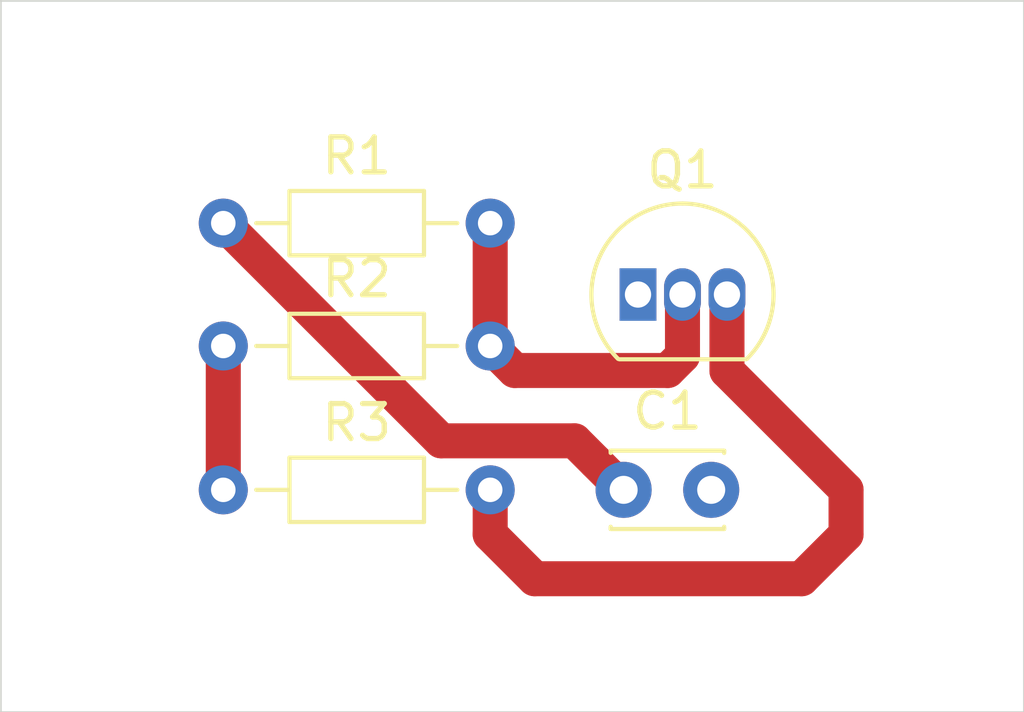
<source format=kicad_pcb>
(kicad_pcb (version 20171130) (host pcbnew "(5.1.2)-2")

  (general
    (thickness 1.6)
    (drawings 4)
    (tracks 19)
    (zones 0)
    (modules 5)
    (nets 7)
  )

  (page A4)
  (layers
    (0 F.Cu signal)
    (31 B.Cu signal)
    (32 B.Adhes user)
    (33 F.Adhes user)
    (34 B.Paste user)
    (35 F.Paste user)
    (36 B.SilkS user)
    (37 F.SilkS user)
    (38 B.Mask user)
    (39 F.Mask user)
    (40 Dwgs.User user)
    (41 Cmts.User user)
    (42 Eco1.User user)
    (43 Eco2.User user)
    (44 Edge.Cuts user)
    (45 Margin user)
    (46 B.CrtYd user)
    (47 F.CrtYd user)
    (48 B.Fab user)
    (49 F.Fab user)
  )

  (setup
    (last_trace_width 1)
    (user_trace_width 1)
    (trace_clearance 0.2)
    (zone_clearance 0.508)
    (zone_45_only no)
    (trace_min 0.2)
    (via_size 0.8)
    (via_drill 0.4)
    (via_min_size 0.4)
    (via_min_drill 0.3)
    (uvia_size 0.3)
    (uvia_drill 0.1)
    (uvias_allowed no)
    (uvia_min_size 0.2)
    (uvia_min_drill 0.1)
    (edge_width 0.05)
    (segment_width 0.2)
    (pcb_text_width 0.3)
    (pcb_text_size 1.5 1.5)
    (mod_edge_width 0.12)
    (mod_text_size 1 1)
    (mod_text_width 0.15)
    (pad_size 1.524 1.524)
    (pad_drill 0.762)
    (pad_to_mask_clearance 0.051)
    (solder_mask_min_width 0.25)
    (aux_axis_origin 0 0)
    (visible_elements FFFFFF7F)
    (pcbplotparams
      (layerselection 0x010f0_ffffffff)
      (usegerberextensions false)
      (usegerberattributes false)
      (usegerberadvancedattributes false)
      (creategerberjobfile false)
      (excludeedgelayer false)
      (linewidth 0.100000)
      (plotframeref false)
      (viasonmask false)
      (mode 1)
      (useauxorigin false)
      (hpglpennumber 1)
      (hpglpenspeed 20)
      (hpglpendiameter 15.000000)
      (psnegative false)
      (psa4output false)
      (plotreference true)
      (plotvalue true)
      (plotinvisibletext false)
      (padsonsilk false)
      (subtractmaskfromsilk false)
      (outputformat 1)
      (mirror false)
      (drillshape 0)
      (scaleselection 1)
      (outputdirectory "gerber/"))
  )

  (net 0 "")
  (net 1 "Net-(C1-Pad2)")
  (net 2 "Net-(C1-Pad1)")
  (net 3 VCC)
  (net 4 "Net-(Q1-Pad3)")
  (net 5 "Net-(Q1-Pad2)")
  (net 6 GND)

  (net_class Default "Esta é a classe de rede padrão."
    (clearance 0.2)
    (trace_width 0.25)
    (via_dia 0.8)
    (via_drill 0.4)
    (uvia_dia 0.3)
    (uvia_drill 0.1)
    (add_net GND)
    (add_net "Net-(C1-Pad1)")
    (add_net "Net-(C1-Pad2)")
    (add_net "Net-(Q1-Pad2)")
    (add_net "Net-(Q1-Pad3)")
    (add_net VCC)
  )

  (module Resistor_THT:R_Axial_DIN0204_L3.6mm_D1.6mm_P7.62mm_Horizontal (layer F.Cu) (tedit 5AE5139B) (tstamp 5D4E5BD2)
    (at 137.16 82.55)
    (descr "Resistor, Axial_DIN0204 series, Axial, Horizontal, pin pitch=7.62mm, 0.167W, length*diameter=3.6*1.6mm^2, http://cdn-reichelt.de/documents/datenblatt/B400/1_4W%23YAG.pdf")
    (tags "Resistor Axial_DIN0204 series Axial Horizontal pin pitch 7.62mm 0.167W length 3.6mm diameter 1.6mm")
    (path /5D4E5DEE)
    (fp_text reference R3 (at 3.81 -1.92) (layer F.SilkS)
      (effects (font (size 1 1) (thickness 0.15)))
    )
    (fp_text value 10k (at 3.81 1.92) (layer F.Fab)
      (effects (font (size 1 1) (thickness 0.15)))
    )
    (fp_text user %R (at 3.81 0) (layer F.Fab)
      (effects (font (size 0.72 0.72) (thickness 0.108)))
    )
    (fp_line (start 8.57 -1.05) (end -0.95 -1.05) (layer F.CrtYd) (width 0.05))
    (fp_line (start 8.57 1.05) (end 8.57 -1.05) (layer F.CrtYd) (width 0.05))
    (fp_line (start -0.95 1.05) (end 8.57 1.05) (layer F.CrtYd) (width 0.05))
    (fp_line (start -0.95 -1.05) (end -0.95 1.05) (layer F.CrtYd) (width 0.05))
    (fp_line (start 6.68 0) (end 5.73 0) (layer F.SilkS) (width 0.12))
    (fp_line (start 0.94 0) (end 1.89 0) (layer F.SilkS) (width 0.12))
    (fp_line (start 5.73 -0.92) (end 1.89 -0.92) (layer F.SilkS) (width 0.12))
    (fp_line (start 5.73 0.92) (end 5.73 -0.92) (layer F.SilkS) (width 0.12))
    (fp_line (start 1.89 0.92) (end 5.73 0.92) (layer F.SilkS) (width 0.12))
    (fp_line (start 1.89 -0.92) (end 1.89 0.92) (layer F.SilkS) (width 0.12))
    (fp_line (start 7.62 0) (end 5.61 0) (layer F.Fab) (width 0.1))
    (fp_line (start 0 0) (end 2.01 0) (layer F.Fab) (width 0.1))
    (fp_line (start 5.61 -0.8) (end 2.01 -0.8) (layer F.Fab) (width 0.1))
    (fp_line (start 5.61 0.8) (end 5.61 -0.8) (layer F.Fab) (width 0.1))
    (fp_line (start 2.01 0.8) (end 5.61 0.8) (layer F.Fab) (width 0.1))
    (fp_line (start 2.01 -0.8) (end 2.01 0.8) (layer F.Fab) (width 0.1))
    (pad 2 thru_hole oval (at 7.62 0) (size 1.4 1.4) (drill 0.7) (layers *.Cu *.Mask)
      (net 4 "Net-(Q1-Pad3)"))
    (pad 1 thru_hole circle (at 0 0) (size 1.4 1.4) (drill 0.7) (layers *.Cu *.Mask)
      (net 6 GND))
    (model ${KISYS3DMOD}/Resistor_THT.3dshapes/R_Axial_DIN0204_L3.6mm_D1.6mm_P7.62mm_Horizontal.wrl
      (at (xyz 0 0 0))
      (scale (xyz 1 1 1))
      (rotate (xyz 0 0 0))
    )
  )

  (module Resistor_THT:R_Axial_DIN0204_L3.6mm_D1.6mm_P7.62mm_Horizontal (layer F.Cu) (tedit 5AE5139B) (tstamp 5D4E5BBB)
    (at 137.16 78.44)
    (descr "Resistor, Axial_DIN0204 series, Axial, Horizontal, pin pitch=7.62mm, 0.167W, length*diameter=3.6*1.6mm^2, http://cdn-reichelt.de/documents/datenblatt/B400/1_4W%23YAG.pdf")
    (tags "Resistor Axial_DIN0204 series Axial Horizontal pin pitch 7.62mm 0.167W length 3.6mm diameter 1.6mm")
    (path /5D4DF63B)
    (fp_text reference R2 (at 3.81 -1.92) (layer F.SilkS)
      (effects (font (size 1 1) (thickness 0.15)))
    )
    (fp_text value 510k (at 3.81 1.92) (layer F.Fab)
      (effects (font (size 1 1) (thickness 0.15)))
    )
    (fp_text user %R (at 3.81 0) (layer F.Fab)
      (effects (font (size 0.72 0.72) (thickness 0.108)))
    )
    (fp_line (start 8.57 -1.05) (end -0.95 -1.05) (layer F.CrtYd) (width 0.05))
    (fp_line (start 8.57 1.05) (end 8.57 -1.05) (layer F.CrtYd) (width 0.05))
    (fp_line (start -0.95 1.05) (end 8.57 1.05) (layer F.CrtYd) (width 0.05))
    (fp_line (start -0.95 -1.05) (end -0.95 1.05) (layer F.CrtYd) (width 0.05))
    (fp_line (start 6.68 0) (end 5.73 0) (layer F.SilkS) (width 0.12))
    (fp_line (start 0.94 0) (end 1.89 0) (layer F.SilkS) (width 0.12))
    (fp_line (start 5.73 -0.92) (end 1.89 -0.92) (layer F.SilkS) (width 0.12))
    (fp_line (start 5.73 0.92) (end 5.73 -0.92) (layer F.SilkS) (width 0.12))
    (fp_line (start 1.89 0.92) (end 5.73 0.92) (layer F.SilkS) (width 0.12))
    (fp_line (start 1.89 -0.92) (end 1.89 0.92) (layer F.SilkS) (width 0.12))
    (fp_line (start 7.62 0) (end 5.61 0) (layer F.Fab) (width 0.1))
    (fp_line (start 0 0) (end 2.01 0) (layer F.Fab) (width 0.1))
    (fp_line (start 5.61 -0.8) (end 2.01 -0.8) (layer F.Fab) (width 0.1))
    (fp_line (start 5.61 0.8) (end 5.61 -0.8) (layer F.Fab) (width 0.1))
    (fp_line (start 2.01 0.8) (end 5.61 0.8) (layer F.Fab) (width 0.1))
    (fp_line (start 2.01 -0.8) (end 2.01 0.8) (layer F.Fab) (width 0.1))
    (pad 2 thru_hole oval (at 7.62 0) (size 1.4 1.4) (drill 0.7) (layers *.Cu *.Mask)
      (net 5 "Net-(Q1-Pad2)"))
    (pad 1 thru_hole circle (at 0 0) (size 1.4 1.4) (drill 0.7) (layers *.Cu *.Mask)
      (net 6 GND))
    (model ${KISYS3DMOD}/Resistor_THT.3dshapes/R_Axial_DIN0204_L3.6mm_D1.6mm_P7.62mm_Horizontal.wrl
      (at (xyz 0 0 0))
      (scale (xyz 1 1 1))
      (rotate (xyz 0 0 0))
    )
  )

  (module Resistor_THT:R_Axial_DIN0204_L3.6mm_D1.6mm_P7.62mm_Horizontal (layer F.Cu) (tedit 5AE5139B) (tstamp 5D4E5BA4)
    (at 137.16 74.93)
    (descr "Resistor, Axial_DIN0204 series, Axial, Horizontal, pin pitch=7.62mm, 0.167W, length*diameter=3.6*1.6mm^2, http://cdn-reichelt.de/documents/datenblatt/B400/1_4W%23YAG.pdf")
    (tags "Resistor Axial_DIN0204 series Axial Horizontal pin pitch 7.62mm 0.167W length 3.6mm diameter 1.6mm")
    (path /5D4E092B)
    (fp_text reference R1 (at 3.81 -1.92) (layer F.SilkS)
      (effects (font (size 1 1) (thickness 0.15)))
    )
    (fp_text value 1k (at 3.81 1.92) (layer F.Fab)
      (effects (font (size 1 1) (thickness 0.15)))
    )
    (fp_text user %R (at 3.81 0) (layer F.Fab)
      (effects (font (size 0.72 0.72) (thickness 0.108)))
    )
    (fp_line (start 8.57 -1.05) (end -0.95 -1.05) (layer F.CrtYd) (width 0.05))
    (fp_line (start 8.57 1.05) (end 8.57 -1.05) (layer F.CrtYd) (width 0.05))
    (fp_line (start -0.95 1.05) (end 8.57 1.05) (layer F.CrtYd) (width 0.05))
    (fp_line (start -0.95 -1.05) (end -0.95 1.05) (layer F.CrtYd) (width 0.05))
    (fp_line (start 6.68 0) (end 5.73 0) (layer F.SilkS) (width 0.12))
    (fp_line (start 0.94 0) (end 1.89 0) (layer F.SilkS) (width 0.12))
    (fp_line (start 5.73 -0.92) (end 1.89 -0.92) (layer F.SilkS) (width 0.12))
    (fp_line (start 5.73 0.92) (end 5.73 -0.92) (layer F.SilkS) (width 0.12))
    (fp_line (start 1.89 0.92) (end 5.73 0.92) (layer F.SilkS) (width 0.12))
    (fp_line (start 1.89 -0.92) (end 1.89 0.92) (layer F.SilkS) (width 0.12))
    (fp_line (start 7.62 0) (end 5.61 0) (layer F.Fab) (width 0.1))
    (fp_line (start 0 0) (end 2.01 0) (layer F.Fab) (width 0.1))
    (fp_line (start 5.61 -0.8) (end 2.01 -0.8) (layer F.Fab) (width 0.1))
    (fp_line (start 5.61 0.8) (end 5.61 -0.8) (layer F.Fab) (width 0.1))
    (fp_line (start 2.01 0.8) (end 5.61 0.8) (layer F.Fab) (width 0.1))
    (fp_line (start 2.01 -0.8) (end 2.01 0.8) (layer F.Fab) (width 0.1))
    (pad 2 thru_hole oval (at 7.62 0) (size 1.4 1.4) (drill 0.7) (layers *.Cu *.Mask)
      (net 5 "Net-(Q1-Pad2)"))
    (pad 1 thru_hole circle (at 0 0) (size 1.4 1.4) (drill 0.7) (layers *.Cu *.Mask)
      (net 2 "Net-(C1-Pad1)"))
    (model ${KISYS3DMOD}/Resistor_THT.3dshapes/R_Axial_DIN0204_L3.6mm_D1.6mm_P7.62mm_Horizontal.wrl
      (at (xyz 0 0 0))
      (scale (xyz 1 1 1))
      (rotate (xyz 0 0 0))
    )
  )

  (module Package_TO_SOT_THT:TO-92_Inline (layer F.Cu) (tedit 5A1DD157) (tstamp 5D4E5B8D)
    (at 149 76.97)
    (descr "TO-92 leads in-line, narrow, oval pads, drill 0.75mm (see NXP sot054_po.pdf)")
    (tags "to-92 sc-43 sc-43a sot54 PA33 transistor")
    (path /5D4E6926)
    (fp_text reference Q1 (at 1.27 -3.56) (layer F.SilkS)
      (effects (font (size 1 1) (thickness 0.15)))
    )
    (fp_text value BC548 (at 1.27 2.79) (layer F.Fab)
      (effects (font (size 1 1) (thickness 0.15)))
    )
    (fp_arc (start 1.27 0) (end 1.27 -2.6) (angle 135) (layer F.SilkS) (width 0.12))
    (fp_arc (start 1.27 0) (end 1.27 -2.48) (angle -135) (layer F.Fab) (width 0.1))
    (fp_arc (start 1.27 0) (end 1.27 -2.6) (angle -135) (layer F.SilkS) (width 0.12))
    (fp_arc (start 1.27 0) (end 1.27 -2.48) (angle 135) (layer F.Fab) (width 0.1))
    (fp_line (start 4 2.01) (end -1.46 2.01) (layer F.CrtYd) (width 0.05))
    (fp_line (start 4 2.01) (end 4 -2.73) (layer F.CrtYd) (width 0.05))
    (fp_line (start -1.46 -2.73) (end -1.46 2.01) (layer F.CrtYd) (width 0.05))
    (fp_line (start -1.46 -2.73) (end 4 -2.73) (layer F.CrtYd) (width 0.05))
    (fp_line (start -0.5 1.75) (end 3 1.75) (layer F.Fab) (width 0.1))
    (fp_line (start -0.53 1.85) (end 3.07 1.85) (layer F.SilkS) (width 0.12))
    (fp_text user %R (at 1.27 -3.56) (layer F.Fab)
      (effects (font (size 1 1) (thickness 0.15)))
    )
    (pad 1 thru_hole rect (at 0 0) (size 1.05 1.5) (drill 0.75) (layers *.Cu *.Mask)
      (net 3 VCC))
    (pad 3 thru_hole oval (at 2.54 0) (size 1.05 1.5) (drill 0.75) (layers *.Cu *.Mask)
      (net 4 "Net-(Q1-Pad3)"))
    (pad 2 thru_hole oval (at 1.27 0) (size 1.05 1.5) (drill 0.75) (layers *.Cu *.Mask)
      (net 5 "Net-(Q1-Pad2)"))
    (model ${KISYS3DMOD}/Package_TO_SOT_THT.3dshapes/TO-92_Inline.wrl
      (at (xyz 0 0 0))
      (scale (xyz 1 1 1))
      (rotate (xyz 0 0 0))
    )
  )

  (module Capacitor_THT:C_Disc_D3.0mm_W2.0mm_P2.50mm (layer F.Cu) (tedit 5AE50EF0) (tstamp 5D4E5B7B)
    (at 148.59 82.55)
    (descr "C, Disc series, Radial, pin pitch=2.50mm, , diameter*width=3*2mm^2, Capacitor")
    (tags "C Disc series Radial pin pitch 2.50mm  diameter 3mm width 2mm Capacitor")
    (path /5D4E60CE)
    (fp_text reference C1 (at 1.25 -2.25) (layer F.SilkS)
      (effects (font (size 1 1) (thickness 0.15)))
    )
    (fp_text value 20nF (at 1.25 2.25) (layer F.Fab)
      (effects (font (size 1 1) (thickness 0.15)))
    )
    (fp_text user %R (at 1.25 0) (layer F.Fab)
      (effects (font (size 0.6 0.6) (thickness 0.09)))
    )
    (fp_line (start 3.55 -1.25) (end -1.05 -1.25) (layer F.CrtYd) (width 0.05))
    (fp_line (start 3.55 1.25) (end 3.55 -1.25) (layer F.CrtYd) (width 0.05))
    (fp_line (start -1.05 1.25) (end 3.55 1.25) (layer F.CrtYd) (width 0.05))
    (fp_line (start -1.05 -1.25) (end -1.05 1.25) (layer F.CrtYd) (width 0.05))
    (fp_line (start 2.87 1.055) (end 2.87 1.12) (layer F.SilkS) (width 0.12))
    (fp_line (start 2.87 -1.12) (end 2.87 -1.055) (layer F.SilkS) (width 0.12))
    (fp_line (start -0.37 1.055) (end -0.37 1.12) (layer F.SilkS) (width 0.12))
    (fp_line (start -0.37 -1.12) (end -0.37 -1.055) (layer F.SilkS) (width 0.12))
    (fp_line (start -0.37 1.12) (end 2.87 1.12) (layer F.SilkS) (width 0.12))
    (fp_line (start -0.37 -1.12) (end 2.87 -1.12) (layer F.SilkS) (width 0.12))
    (fp_line (start 2.75 -1) (end -0.25 -1) (layer F.Fab) (width 0.1))
    (fp_line (start 2.75 1) (end 2.75 -1) (layer F.Fab) (width 0.1))
    (fp_line (start -0.25 1) (end 2.75 1) (layer F.Fab) (width 0.1))
    (fp_line (start -0.25 -1) (end -0.25 1) (layer F.Fab) (width 0.1))
    (pad 2 thru_hole circle (at 2.5 0) (size 1.6 1.6) (drill 0.8) (layers *.Cu *.Mask)
      (net 1 "Net-(C1-Pad2)"))
    (pad 1 thru_hole circle (at 0 0) (size 1.6 1.6) (drill 0.8) (layers *.Cu *.Mask)
      (net 2 "Net-(C1-Pad1)"))
    (model ${KISYS3DMOD}/Capacitor_THT.3dshapes/C_Disc_D3.0mm_W2.0mm_P2.50mm.wrl
      (at (xyz 0 0 0))
      (scale (xyz 1 1 1))
      (rotate (xyz 0 0 0))
    )
  )

  (gr_line (start 160.02 68.58) (end 130.81 68.58) (layer Edge.Cuts) (width 0.05) (tstamp 5D4E5ED8))
  (gr_line (start 160.02 88.9) (end 160.02 68.58) (layer Edge.Cuts) (width 0.05))
  (gr_line (start 130.81 88.9) (end 160.02 88.9) (layer Edge.Cuts) (width 0.05))
  (gr_line (start 130.81 68.58) (end 130.81 88.9) (layer Edge.Cuts) (width 0.05))

  (segment (start 147.790001 81.750001) (end 148.59 82.55) (width 1) (layer F.Cu) (net 2))
  (segment (start 147.189999 81.149999) (end 147.790001 81.750001) (width 1) (layer F.Cu) (net 2))
  (segment (start 143.379999 81.149999) (end 147.189999 81.149999) (width 1) (layer F.Cu) (net 2))
  (segment (start 137.16 74.93) (end 143.379999 81.149999) (width 1) (layer F.Cu) (net 2))
  (segment (start 151.54 77.195) (end 151.54 76.97) (width 1) (layer F.Cu) (net 4))
  (segment (start 151.54 79.15) (end 151.54 78.72) (width 1) (layer F.Cu) (net 4))
  (segment (start 144.78 83.82) (end 146.05 85.09) (width 1) (layer F.Cu) (net 4))
  (segment (start 144.78 82.55) (end 144.78 83.82) (width 1) (layer F.Cu) (net 4))
  (segment (start 146.05 85.09) (end 153.67 85.09) (width 1) (layer F.Cu) (net 4))
  (segment (start 153.67 85.09) (end 154.94 83.82) (width 1) (layer F.Cu) (net 4))
  (segment (start 151.54 78.72) (end 151.54 76.97) (width 1) (layer F.Cu) (net 4))
  (segment (start 154.94 83.82) (end 154.94 82.55) (width 1) (layer F.Cu) (net 4))
  (segment (start 154.94 82.55) (end 151.54 79.15) (width 1) (layer F.Cu) (net 4))
  (segment (start 144.78 74.93) (end 144.78 78.44) (width 1) (layer F.Cu) (net 5))
  (segment (start 150.27 78.72) (end 150.27 76.97) (width 1) (layer F.Cu) (net 5))
  (segment (start 149.850001 79.139999) (end 150.27 78.72) (width 1) (layer F.Cu) (net 5))
  (segment (start 144.78 78.44) (end 145.479999 79.139999) (width 1) (layer F.Cu) (net 5))
  (segment (start 145.479999 79.139999) (end 149.850001 79.139999) (width 1) (layer F.Cu) (net 5))
  (segment (start 137.16 78.44) (end 137.16 82.55) (width 1) (layer F.Cu) (net 6))

)

</source>
